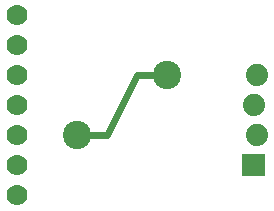
<source format=gtl>
G04 MADE WITH FRITZING*
G04 WWW.FRITZING.ORG*
G04 DOUBLE SIDED*
G04 HOLES PLATED*
G04 CONTOUR ON CENTER OF CONTOUR VECTOR*
%ASAXBY*%
%FSLAX23Y23*%
%MOIN*%
%OFA0B0*%
%SFA1.0B1.0*%
%ADD10C,0.094488*%
%ADD11C,0.074000*%
%ADD12C,0.070000*%
%ADD13C,0.024000*%
%ADD14R,0.001000X0.001000*%
%LNCOPPER1*%
G90*
G70*
G54D10*
X1602Y695D03*
G54D11*
X1892Y395D03*
X1902Y495D03*
X1892Y595D03*
X1902Y695D03*
X1892Y395D03*
X1902Y495D03*
X1892Y595D03*
X1902Y695D03*
G54D10*
X1302Y495D03*
G54D12*
X1102Y295D03*
X1102Y395D03*
X1102Y495D03*
X1102Y595D03*
X1102Y695D03*
X1102Y795D03*
X1102Y895D03*
G54D13*
X1402Y495D02*
X1502Y695D01*
D02*
X1502Y695D02*
X1575Y695D01*
D02*
X1329Y495D02*
X1402Y495D01*
G54D14*
X1854Y432D02*
X1927Y432D01*
X1854Y431D02*
X1927Y431D01*
X1854Y430D02*
X1927Y430D01*
X1854Y429D02*
X1927Y429D01*
X1854Y428D02*
X1927Y428D01*
X1854Y427D02*
X1927Y427D01*
X1854Y426D02*
X1927Y426D01*
X1854Y425D02*
X1927Y425D01*
X1854Y424D02*
X1927Y424D01*
X1854Y423D02*
X1927Y423D01*
X1854Y422D02*
X1927Y422D01*
X1854Y421D02*
X1927Y421D01*
X1854Y420D02*
X1927Y420D01*
X1854Y419D02*
X1927Y419D01*
X1854Y418D02*
X1927Y418D01*
X1854Y417D02*
X1927Y417D01*
X1854Y416D02*
X1927Y416D01*
X1854Y415D02*
X1886Y415D01*
X1895Y415D02*
X1927Y415D01*
X1854Y414D02*
X1883Y414D01*
X1898Y414D02*
X1927Y414D01*
X1854Y413D02*
X1881Y413D01*
X1900Y413D02*
X1927Y413D01*
X1854Y412D02*
X1879Y412D01*
X1902Y412D02*
X1927Y412D01*
X1854Y411D02*
X1878Y411D01*
X1903Y411D02*
X1927Y411D01*
X1854Y410D02*
X1876Y410D01*
X1905Y410D02*
X1927Y410D01*
X1854Y409D02*
X1875Y409D01*
X1906Y409D02*
X1927Y409D01*
X1854Y408D02*
X1875Y408D01*
X1906Y408D02*
X1927Y408D01*
X1854Y407D02*
X1874Y407D01*
X1907Y407D02*
X1927Y407D01*
X1854Y406D02*
X1873Y406D01*
X1908Y406D02*
X1927Y406D01*
X1854Y405D02*
X1873Y405D01*
X1908Y405D02*
X1927Y405D01*
X1854Y404D02*
X1872Y404D01*
X1909Y404D02*
X1927Y404D01*
X1854Y403D02*
X1872Y403D01*
X1909Y403D02*
X1927Y403D01*
X1854Y402D02*
X1871Y402D01*
X1910Y402D02*
X1927Y402D01*
X1854Y401D02*
X1871Y401D01*
X1910Y401D02*
X1927Y401D01*
X1854Y400D02*
X1871Y400D01*
X1910Y400D02*
X1927Y400D01*
X1854Y399D02*
X1870Y399D01*
X1911Y399D02*
X1927Y399D01*
X1854Y398D02*
X1870Y398D01*
X1911Y398D02*
X1927Y398D01*
X1854Y397D02*
X1870Y397D01*
X1911Y397D02*
X1927Y397D01*
X1854Y396D02*
X1870Y396D01*
X1911Y396D02*
X1927Y396D01*
X1854Y395D02*
X1870Y395D01*
X1911Y395D02*
X1927Y395D01*
X1854Y394D02*
X1870Y394D01*
X1911Y394D02*
X1927Y394D01*
X1854Y393D02*
X1870Y393D01*
X1911Y393D02*
X1927Y393D01*
X1854Y392D02*
X1870Y392D01*
X1911Y392D02*
X1927Y392D01*
X1854Y391D02*
X1871Y391D01*
X1910Y391D02*
X1927Y391D01*
X1854Y390D02*
X1871Y390D01*
X1910Y390D02*
X1927Y390D01*
X1854Y389D02*
X1871Y389D01*
X1910Y389D02*
X1927Y389D01*
X1854Y388D02*
X1871Y388D01*
X1910Y388D02*
X1927Y388D01*
X1854Y387D02*
X1872Y387D01*
X1909Y387D02*
X1927Y387D01*
X1854Y386D02*
X1872Y386D01*
X1909Y386D02*
X1927Y386D01*
X1854Y385D02*
X1873Y385D01*
X1908Y385D02*
X1927Y385D01*
X1854Y384D02*
X1874Y384D01*
X1907Y384D02*
X1927Y384D01*
X1854Y383D02*
X1874Y383D01*
X1907Y383D02*
X1927Y383D01*
X1854Y382D02*
X1875Y382D01*
X1906Y382D02*
X1927Y382D01*
X1854Y381D02*
X1876Y381D01*
X1905Y381D02*
X1927Y381D01*
X1854Y380D02*
X1877Y380D01*
X1904Y380D02*
X1927Y380D01*
X1854Y379D02*
X1879Y379D01*
X1902Y379D02*
X1927Y379D01*
X1854Y378D02*
X1880Y378D01*
X1901Y378D02*
X1927Y378D01*
X1854Y377D02*
X1882Y377D01*
X1899Y377D02*
X1927Y377D01*
X1854Y376D02*
X1885Y376D01*
X1896Y376D02*
X1927Y376D01*
X1854Y375D02*
X1927Y375D01*
X1854Y374D02*
X1927Y374D01*
X1854Y373D02*
X1927Y373D01*
X1854Y372D02*
X1927Y372D01*
X1854Y371D02*
X1927Y371D01*
X1854Y370D02*
X1927Y370D01*
X1854Y369D02*
X1927Y369D01*
X1854Y368D02*
X1927Y368D01*
X1854Y367D02*
X1927Y367D01*
X1854Y366D02*
X1927Y366D01*
X1854Y365D02*
X1927Y365D01*
X1854Y364D02*
X1927Y364D01*
X1854Y363D02*
X1927Y363D01*
X1854Y362D02*
X1927Y362D01*
X1854Y361D02*
X1927Y361D01*
X1854Y360D02*
X1927Y360D01*
X1854Y359D02*
X1927Y359D01*
D02*
G04 End of Copper1*
M02*
</source>
